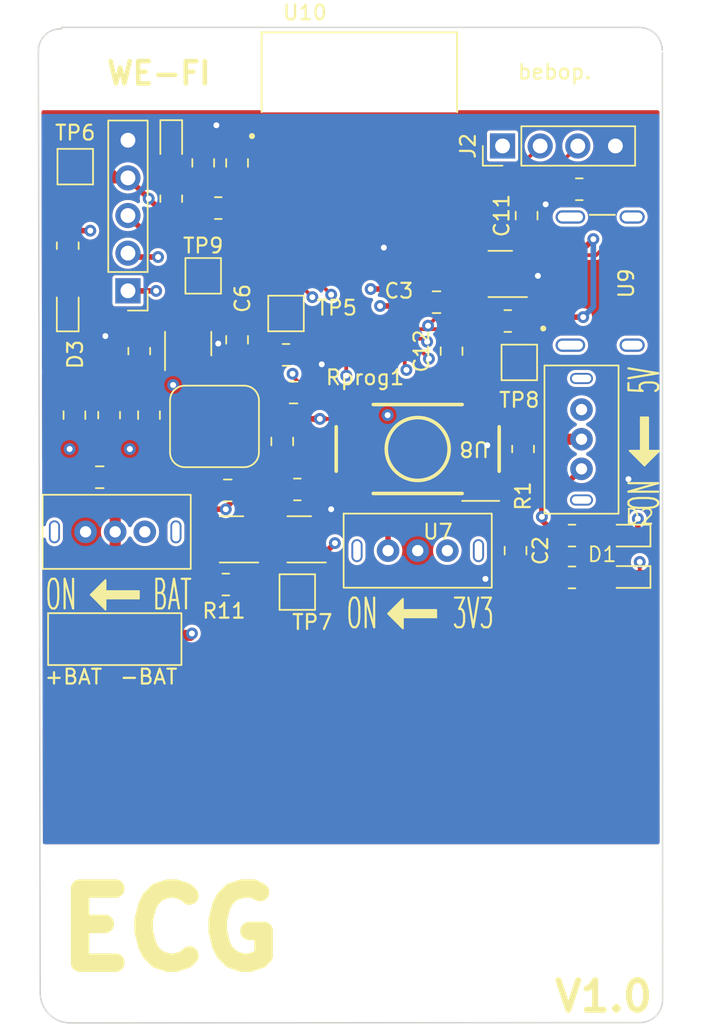
<source format=kicad_pcb>
(kicad_pcb (version 20211014) (generator pcbnew)
  (title_block (title "ECG") (company "Queen's"))
  (layers (0 "F.Cu" signal) (1 "In1.Cu" signal) (2 "In2.Cu" signal) (31 "B.Cu" signal) (34 "B.Paste" user) (35 "F.Paste" user) (36 "B.SilkS" user "B.Silkscreen") (37 "F.SilkS" user "F.Silkscreen") (38 "B.Mask" user) (39 "F.Mask" user) (44 "Edge.Cuts" user))
  (net 0 "")
  (net 1 "+3V3")
  (net 2 "BTN")
  (net 3 "+BATT")
  (net 4 "GND")
  (net 5 "+5V")
  (net 6 "BatO")
  (net 7 "+4V")
  (net 8 "Net-(C7-Pad2)")
  (net 9 "In_5V")
  (net 10 "Net-(D1-Pad1)")
  (net 11 "Net-(D1-Pad2)")
  (net 12 "Net-(D2-Pad1)")
  (net 13 "Net-(D2-Pad2)")
  (net 14 "Net-(D3-Pad2)")
  (net 15 "Net-(D4-Pad2)")
  (net 16 "+LO")
  (net 17 "-LO")
  (net 18 "Output")
  (net 19 "/TX")
  (net 20 "/RX")
  (net 21 "Net-(L1-Pad1)")
  (net 22 "LED")
  (net 23 "Net-(R8-Pad2)")
  (net 24 "Net-(R9-Pad1)")
  (net 25 "Net-(R10-Pad1)")
  (net 26 "Net-(Rprog1-Pad1)")
  (net 27 "DN")
  (net 28 "DNO")
  (net 29 "DPO")
  (net 30 "DP")
  (net 59 "Net-(R11-Pad1)")
  (net 60 "VSS")
  (net 61 "Net-(R12-Pad2)")
  (net 63 "Net-(U11-Pad4)")
  (net 65 "Net-(U11-Pad6)")
  (footprint "Connector_PinHeader_2.54mm:PinHeader_1x05_P2.54mm_Vertical" (layer "F.Cu") (at 219.964 86.863 180)
    (fp_text reference "J1" hide)
    (fp_text value "01x05_Female")
  )
  (footprint "Package_TO_SOT_SMD:SOT-23-6" (layer "F.Cu") (at 231.5265 103.632 180)
    (fp_text reference "U11" hide)
    (fp_text value "FS8205A")
  )
  (footprint "Package_SO:MSOP-8-1EP_3x3mm_P0.65mm_EP2.5x3mm_Mask1.73x2.36mm" (layer "F.Cu") (at 236.474 90.424)
    (fp_text reference "U2" hide)
    (fp_text value "TP4056-C21417")
  )
  (footprint "Inductor:CY43-2.2uH" (layer "F.Cu") (at 225.806 96.012 180)
    (fp_text reference "L1" hide)
    (fp_text value "2.2uH")
  )
  (footprint "Resistor_SMD:R_0805_2012Metric_Pad1.20x1.40mm_HandSolder" (layer "F.Cu") (at 226.568 106.68 180)
    (fp_text reference "R11")
    (fp_text value "100R")
  )
  (footprint "Capacitor_SMD:C_0805_2012Metric_Pad1.18x1.45mm_HandSolder" (layer "F.Cu") (at 241.808 90.932 -90)
    (fp_text reference "C12")
    (fp_text value "100nF")
  )
  (footprint "Resistor_SMD:R_0805_2012Metric_Pad1.20x1.40mm_HandSolder" (layer "F.Cu") (at 215.9 83.82 -90)
    (fp_text reference "R4" hide)
    (fp_text value "220")
  )
  (footprint "Package_TO_SOT_SMD:SOT-23-5" (layer "F.Cu") (at 224.028 90.424 90)
    (fp_text reference "U6" hide)
    (fp_text value "TLV62568DBV")
  )
  (footprint "Resistor_SMD:R_0805_2012Metric_Pad1.20x1.40mm_HandSolder" (layer "F.Cu") (at 249.936 106.199 180)
    (fp_text reference "R3" hide)
    (fp_text value "1K")
  )
  (footprint "Capacitor_SMD:C_0805_2012Metric_Pad1.18x1.45mm_HandSolder" (layer "F.Cu") (at 230.378 97.028 -90)
    (fp_text reference "C13" hide)
    (fp_text value "100nF")
  )
  (footprint "ESP32:XCVR_ESP32-C3-MINI-1-N4" (layer "F.Cu") (at 235.585 77.724)
    (fp_text reference "U10")
    (fp_text value "ESP32-C3-MINI-1-N4")
  )
  (footprint "Resistor_SMD:R_0805_2012Metric_Pad1.20x1.40mm_HandSolder" (layer "F.Cu") (at 250.428 80.01 180)
    (fp_text reference "R10" hide)
    (fp_text value "5K1")
  )
  (footprint "Switches:3V3 SWT" (layer "F.Cu") (at 239.522 104.394)
    (fp_text reference "U7")
    (fp_text value "MCU_switch")
  )
  (footprint "Resistor_SMD:R_0805_2012Metric_Pad1.20x1.40mm_HandSolder" (layer "F.Cu") (at 246.634 97.536 90)
    (fp_text reference "R1")
    (fp_text value "10K")
  )
  (footprint "Capacitor_SMD:C_0805_2012Metric_Pad1.18x1.45mm_HandSolder" (layer "F.Cu") (at 231.14 93.726)
    (fp_text reference "C1" hide)
    (fp_text value "100nF")
  )
  (footprint "Buttons:Tactile_pushbutton_6x6mm" (layer "F.Cu") (at 239.522 97.536 180)
    (fp_text reference "U8")
    (fp_text value "Tactile_push_button_6x6mm")
  )
  (footprint "Capacitor_SMD:C_0805_2012Metric_Pad1.18x1.45mm_HandSolder" (layer "F.Cu") (at 226.7005 100.33)
    (fp_text reference "C4" hide)
    (fp_text value "100nF")
  )
  (footprint "Switches:5V" (layer "F.Cu") (at 250.577 96.876 90)
    (fp_text reference "U5" hide)
    (fp_text value "5V_switch")
  )
  (footprint "TestPoint:TestPoint_Pad_2.0x2.0mm" (layer "F.Cu") (at 246.38 91.694)
    (fp_text reference "TP8")
    (fp_text value "TP 5V")
  )
  (footprint "TestPoint:TestPoint_Pad_2.0x2.0mm" (layer "F.Cu") (at 231.394 107.188)
    (fp_text reference "TP7")
    (fp_text value "TP GND")
  )
  (footprint "Capacitor_SMD:C_0805_2012Metric_Pad1.18x1.45mm_HandSolder" (layer "F.Cu") (at 218.059 99.441)
    (fp_text reference "C5" hide)
    (fp_text value "100nF")
  )
  (footprint "Connector_PinHeader_2.54mm:PinHeader_1x04_P2.54mm_Vertical" (layer "F.Cu") (at 245.247 77.089 90)
    (fp_text reference "J2")
    (fp_text value "JST_01x04_Male")
  )
  (footprint "Resistor_SMD:R_0805_2012Metric_Pad1.20x1.40mm_HandSolder" (layer "F.Cu") (at 226.06 81.28)
    (fp_text reference "R8" hide)
    (fp_text value "10K")
  )
  (footprint "Capacitor_SMD:C_0805_2012Metric_Pad1.18x1.45mm_HandSolder" (layer "F.Cu") (at 227.33 90.17 -90)
    (fp_text reference "C6")
    (fp_text value "4.7uF")
  )
  (footprint "USBS:HRO_TYPE-C-31-M-12" (layer "F.Cu") (at 253.9955 86.205 90)
    (fp_text reference "U9")
    (fp_text value "USB-TYPE0-C-16P")
  )
  (footprint "LED_SMD:LED_0603_1608Metric" (layer "F.Cu") (at 253.746 106.172 180)
    (fp_text reference "D2")
    (fp_text value "Green LED")
  )
  (footprint "LED_SMD:LED_0603_1608Metric" (layer "F.Cu") (at 253.746 103.378 180)
    (fp_text reference "D1")
    (fp_text value "RED")
  )
  (footprint "Resistor_SMD:R_0805_2012Metric_Pad1.20x1.40mm_HandSolder" (layer "F.Cu") (at 230.632 91.186 180)
    (fp_text reference "Rprog1")
    (fp_text value "1k4")
  )
  (footprint "Capacitor_SMD:C_0805_2012Metric_Pad1.18x1.45mm_HandSolder" (layer "F.Cu") (at 216.3525 95.25 90)
    (fp_text reference "C8" hide)
    (fp_text value "10uF")
  )
  (footprint "LED_SMD:LED_0603_1608Metric" (layer "F.Cu") (at 215.9 88.1125 90)
    (fp_text reference "D3")
    (fp_text value "Blue LED")
  )
  (footprint "Switches:Battery_swt" (layer "F.Cu") (at 219.102 103.124)
    (fp_text reference "U4" hide)
    (fp_text value "Battery_Switch")
  )
  (footprint "Resistor_SMD:R_0805_2012Metric_Pad1.20x1.40mm_HandSolder" (layer "F.Cu") (at 231.394 100.264 180)
    (fp_text reference "R12" hide)
    (fp_text value "1K")
  )
  (footprint "Package_TO_SOT_SMD:SOT-23-6" (layer "F.Cu") (at 245.094 85.725 180)
    (fp_text reference "U3" hide)
    (fp_text value "USBLC6-2SC6")
  )
  (footprint "Resistor_SMD:R_0805_2012Metric_Pad1.20x1.40mm_HandSolder" (layer "F.Cu") (at 220.726 90.932 90)
    (fp_text reference "R6" hide)
    (fp_text value "10K")
  )
  (footprint "LED_SMD:LED_0603_1608Metric" (layer "F.Cu") (at 222.885 76.835 -90)
    (fp_text reference "D4" hide)
    (fp_text value "LED")
  )
  (footprint "Resistor_SMD:R_0805_2012Metric_Pad1.20x1.40mm_HandSolder" (layer "F.Cu") (at 218.694 95.25 90)
    (fp_text reference "R5" hide)
    (fp_text value "45K")
  )
  (footprint "Capacitor_SMD:C_0805_2012Metric_Pad1.18x1.45mm_HandSolder" (layer "F.Cu") (at 246.126 104.394 -90)
    (fp_text reference "C2")
    (fp_text value "10uF")
  )
  (footprint "Resistor_SMD:R_0805_2012Metric_Pad1.20x1.40mm_HandSolder" (layer "F.Cu") (at 249.936 103.378 180)
    (fp_text reference "R2" hide)
    (fp_text value "1K")
  )
  (footprint "Resistor_SMD:R_0805_2012Metric_Pad1.20x1.40mm_HandSolder" (layer "F.Cu") (at 245.602 88.9 180)
    (fp_text reference "R9" hide)
    (fp_text value "5K1")
  )
  (footprint "TestPoint:TestPoint_Pad_2.0x2.0mm" (layer "F.Cu") (at 230.632 88.392)
    (fp_text reference "TP5")
    (fp_text value "TP Output")
  )
  (footprint "Capacitor_SMD:C_0805_2012Metric_Pad1.18x1.45mm_HandSolder" (layer "F.Cu") (at 225.044 78.232 90)
    (fp_text reference "C9" hide)
    (fp_text value "10uF")
  )
  (footprint "TestPoint:TestPoint_Pad_2.0x2.0mm" (layer "F.Cu") (at 225.044 85.852)
    (fp_text reference "TP9")
    (fp_text value "TP 4V")
  )
  (footprint "TestPoint:TestPoint_Pad_2.0x2.0mm" (layer "F.Cu") (at 216.408 78.486)
    (fp_text reference "TP6")
    (fp_text value "TP 3V3")
  )
  (footprint "Capacitor_SMD:C_0805_2012Metric_Pad1.18x1.45mm_HandSolder" (layer "F.Cu") (at 227.33 78.232 90)
    (fp_text reference "C10" hide)
    (fp_text value "100nF")
  )
  (footprint "Package_TO_SOT_SMD:SOT-23-6" (layer "F.Cu") (at 226.9545 103.632 180)
    (fp_text reference "U12" hide)
    (fp_text value "DW01")
  )
  (footprint "Capacitor_SMD:C_0805_2012Metric_Pad1.18x1.45mm_HandSolder" (layer "F.Cu") (at 221.385 95.25 90)
    (fp_text reference "C7" hide)
    (fp_text value "10pF")
  )
  (footprint "Capacitor_SMD:C_0805_2012Metric_Pad1.18x1.45mm_HandSolder" (layer "F.Cu") (at 240.792 87.63 180)
    (fp_text reference "C3")
    (fp_text value "10uF")
  )
  (footprint "Resistor_SMD:R_0805_2012Metric_Pad1.20x1.40mm_HandSolder" (layer "F.Cu") (at 222.885 80.645 90)
    (fp_text reference "R7" hide)
    (fp_text value "220")
  )
  (footprint "Battery_solder_pads:Battery Solder Pad 2.5x2.0mm" (layer "F.Cu") (at 218.825 110.363)
    (fp_text reference "U1" hide)
    (fp_text value "Li-Po")
  )
  (footprint "Capacitor_SMD:C_0805_2012Metric_Pad1.18x1.45mm_HandSolder" (layer "F.Cu") (at 246.872 81.788 90)
    (fp_text reference "C11")
    (fp_text value "10uF")
  )
  (gr_line (start 256.039349 70.804305) (end 256.05018 134.710705) (layer "Edge.Cuts") (width 0.1))
  (gr_line (start 254.52618 136.234705) (end 215.983421 136.256495) (layer "Edge.Cuts") (width 0.1))
  (gr_arc (start 216.07419 136.256495) (mid 214.637349 135.661336) (end 214.04219 134.224495) (layer "Edge.Cuts") (width 0.1))
  (gr_arc (start 256.05018 134.710705) (mid 255.603811 135.788336) (end 254.52618 136.234705) (layer "Edge.Cuts") (width 0.1))
  (gr_arc (start 213.929631 70.724431) (mid 214.381807 69.594402) (end 215.4936 69.1896) (layer "Edge.Cuts") (width 0.1))
  (gr_line (start 214.04219 134.224495) (end 213.9188 70.3072) (layer "Edge.Cuts") (width 0.1))
  (gr_line (start 215.4936 69.088) (end 254.508 69.088) (layer "Edge.Cuts") (width 0.1))
  (gr_arc (start 254.497169 69.098831) (mid 255.5748 69.5452) (end 256.021169 70.622831) (layer "Edge.Cuts") (width 0.1))
  (gr_text "bebop." (at 248.7676 72.0852) (layer "F.SilkS") (effects (font (size 1 1))))
  (gr_text "WE-FI" (at 222.0468 72.1868) (layer "F.SilkS") (effects (font (size 1.5 1.5) (thickness 0.3))))
  (gr_text "V1.0" (at 252.0696 134.4676) (layer "F.SilkS") (effects (font (size 2 2) (thickness 0.4))))
  (gr_text "ECG" (at 222.8088 129.9464) (layer "F.SilkS") (effects (font (size 5 5) (thickness 1.25))))
  (segment (start 222.366 81.645) (end 221.3635 80.6425) (width 0.375) (layer "F.Cu") (net 1))
  (segment (start 232.918 95.504) (end 231.8805 95.504) (width 0.375) (layer "F.Cu") (net 1))
  (segment (start 224.695 81.645) (end 225.06 81.28) (width 0.375) (layer "F.Cu") (net 1))
  (segment (start 219.07 79.243) (end 218.313 78.486) (width 0.75) (layer "F.Cu") (net 1))
  (segment (start 227.33 79.2695) (end 225.044 79.2695) (width 0.375) (layer "F.Cu") (net 1))
  (segment (start 234.554 95.504) (end 235.022 95.036) (width 0.25) (layer "F.Cu") (net 1))
  (segment (start 227.33 79.2695) (end 227.5625 79.2695) (width 0.375) (layer "F.Cu") (net 1))
  (segment (start 218.313 78.486) (end 216.408 78.486) (width 0.75) (layer "F.Cu") (net 1))
  (segment (start 232.918 95.504) (end 234.554 95.504) (width 0.25) (layer "F.Cu") (net 1))
  (segment (start 222.885 81.645) (end 222.366 81.645) (width 0.375) (layer "F.Cu") (net 1))
  (segment (start 227.5625 79.2695) (end 228.808 78.024) (width 0.375) (layer "F.Cu") (net 1))
  (segment (start 219.964 79.243) (end 219.07 79.243) (width 0.75) (layer "F.Cu") (net 1))
  (segment (start 225.06 81.28) (end 225.06 79.2855) (width 0.375) (layer "F.Cu") (net 1))
  (segment (start 228.808 78.024) (end 229.685 78.024) (width 0.375) (layer "F.Cu") (net 1))
  (segment (start 222.885 81.645) (end 224.695 81.645) (width 0.375) (layer "F.Cu") (net 1))
  (segment (start 221.3635 80.6425) (end 219.964 79.243) (width 0.375) (layer "F.Cu") (net 1))
  (segment (start 231.8805 95.504) (end 230.1025 93.726) (width 0.375) (layer "F.Cu") (net 1))
  (segment (start 225.06 79.2855) (end 225.044 79.2695) (width 0.375) (layer "F.Cu") (net 1))
  (via (at 221.3635 80.6425) (size 0.8) (drill 0.4) (layers "F.Cu" "B.Cu") (net 1))
  (via (at 223.012 93.218) (size 0.8) (drill 0.4) (layers "F.Cu" "B.Cu") (net 1))
  (via (at 220.091 97.536) (size 0.8) (drill 0.4) (layers "F.Cu" "B.Cu") (net 1))
  (via (at 216.027 97.536) (size 0.8) (drill 0.4) (layers "F.Cu" "B.Cu") (net 1))
  (via (at 232.918 95.504) (size 0.8) (drill 0.4) (layers "F.Cu" "B.Cu") (net 1))
  (segment (start 245.134 100.036) (end 246.634 98.536) (width 0.25) (layer "F.Cu") (net 2))
  (segment (start 244.022 100.036) (end 245.134 100.036) (width 0.25) (layer "F.Cu") (net 2))
  (segment (start 231.075281 92.623781) (end 232.1775 93.726) (width 0.25) (layer "F.Cu") (net 2))
  (segment (start 230.785 85.663398) (end 230.785 85.324) (width 0.25) (layer "F.Cu") (net 2))
  (segment (start 231.075281 92.459965) (end 231.075281 92.623781) (width 0.25) (layer "F.Cu") (net 2))
  (segment (start 232.1775 93.726) (end 237.712 93.726) (width 0.25) (layer "F.Cu") (net 2))
  (segment (start 232.41 87.288398) (end 230.785 85.663398) (width 0.25) (layer "F.Cu") (net 2))
  (segment (start 237.712 93.726) (end 244.022 100.036) (width 0.25) (layer "F.Cu") (net 2))
  (via (at 231.075281 92.459965) (size 0.8) (drill 0.4) (layers "F.Cu" "B.Cu") (net 2))
  (via (at 232.41 87.288398) (size 0.8) (drill 0.4) (layers "F.Cu" "B.Cu") (net 2))
  (segment (start 240.792 102.108) (end 244.8775 102.108) (width 0.75) (layer "F.Cu") (net 3))
  (segment (start 238.649 91.399) (end 238.649 92.091) (width 0.25) (layer "F.Cu") (net 3))
  (segment (start 239.522 103.378) (end 240.792 102.108) (width 0.75) (layer "F.Cu") (net 3))
  (segment (start 239.522 104.394) (end 239.522 103.378) (width 0.75) (layer "F.Cu") (net 3))
  (segment (start 244.8775 102.108) (end 246.126 103.3565) (width 0.75) (layer "F.Cu") (net 3))
  (segment (start 238.649 92.091) (end 238.76 92.202) (width 0.25) (layer "F.Cu") (net 3))
  (via (at 238.76 92.202) (size 0.8) (drill 0.4) (layers "F.Cu" "B.Cu") (net 3))
  (via (at 237.49 95.25) (size 0.8) (drill 0.4) (layers "F.Cu" "B.Cu") (net 3))
  (segment (start 235.585 78.449) (end 233.61 78.449) (width 0.375) (layer "F.Cu") (net 4))
  (segment (start 216.3525 91.3845) (end 215.9 90.932) (width 0.75) (layer "F.Cu") (net 4))
  (segment (start 232.394 100.314) (end 232.394 100.264) (width 0.25) (layer "F.Cu") (net 4))
  (segment (start 215.9 90.932) (end 215.9 88.9) (width 0.75) (layer "F.Cu") (net 4))
  (segment (start 232.279749 102.682) (end 232.664 102.682) (width 0.25) (layer "F.Cu") (net 4))
  (segment (start 233.68 101.6) (end 232.394 100.314) (width 0.25) (layer "F.Cu") (net 4))
  (segment (start 233.68 101.6) (end 233.68 101.666) (width 0.25) (layer "F.Cu") (net 4))
  (segment (start 233.68 101.666) (end 232.664 102.682) (width 0.25) (layer "F.Cu") (net 4))
  (segment (start 231.394 103.567749) (end 232.279749 102.682) (width 0.25) (layer "F.Cu") (net 4))
  (segment (start 231.394 107.188) (end 231.394 103.567749) (width 0.25) (layer "F.Cu") (net 4))
  (segment (start 233.61 80.424) (end 233.61 78.449) (width 0.375) (layer "F.Cu") (net 4))
  (segment (start 216.3525 94.2125) (end 216.3525 91.3845) (width 0.75) (layer "F.Cu") (net 4))
  (via (at 248.158 81.026) (size 0.8) (drill 0.4) (layers "F.Cu" "B.Cu") (net 4))
  (via (at 237.236 83.947) (size 0.8) (drill 0.4) (layers "F.Cu" "B.Cu") (net 4))
  (via (at 244.094 106.299) (size 0.8) (drill 0.4) (layers "F.Cu" "B.Cu") (net 4))
  (via (at 244.221 97.282) (size 0.8) (drill 0.4) (layers "F.Cu" "B.Cu") (net 4))
  (via (at 226.06 90.424) (size 0.8) (drill 0.4) (layers "F.Cu" "B.Cu") (net 4))
  (via (at 225.933 75.692) (size 0.8) (drill 0.4) (layers "F.Cu" "B.Cu") (net 4))
  (via (at 233.68 101.6) (size 0.8) (drill 0.4) (layers "F.Cu" "B.Cu") (net 4))
  (via (at 233.045 91.821) (size 0.8) (drill 0.4) (layers "F.Cu" "B.Cu") (net 4))
  (via (at 218.44 89.916) (size 0.8) (drill 0.4) (layers "F.Cu" "B.Cu") (net 4))
  (via (at 247.634 85.852) (size 0.8) (drill 0.4) (layers "F.Cu" "B.Cu") (net 4))
  (via (at 253.746 99.568) (size 0.8) (drill 0.4) (layers "F.Cu" "B.Cu") (net 4))
  (segment (start 247.904 101.549) (end 247.904 102.108) (width 0.375) (layer "F.Cu") (net 5))
  (segment (start 241.8295 87.63) (end 241.808 87.63) (width 0.25) (layer "F.Cu") (net 5))
  (segment (start 239.989 89.449) (end 241.3625 89.449) (width 0.25) (layer "F.Cu") (net 5))
  (segment (start 234.696 92.583) (end 234.696 91.796) (width 0.25) (layer "F.Cu") (net 5))
  (segment (start 241.808 87.63) (end 240.2205 89.2175) (width 0.25) (layer "F.Cu") (net 5))
  (segment (start 234.696 91.796) (end 234.299 91.399) (width 0.25) (layer "F.Cu") (net 5))
  (segment (start 240.2205 89.2175) (end 239.989 89.449) (width 0.25) (layer "F.Cu") (net 5))
  (segment (start 248.936 103.378) (end 248.936 106.199) (width 0.375) (layer "F.Cu") (net 5))
  (segment (start 247.904 102.108) (end 247.904 102.346) (width 0.375) (layer "F.Cu") (net 5))
  (segment (start 250.577 98.876) (end 247.904 101.549) (width 0.375) (layer "F.Cu") (net 5))
  (segment (start 239.989 89.449) (end 238.649 89.449) (width 0.25) (layer "F.Cu") (net 5))
  (segment (start 247.904 102.346) (end 248.936 103.378) (width 0.375) (layer "F.Cu") (net 5))
  (segment (start 241.3625 89.449) (end 241.808 89.8945) (width 0.25) (layer "F.Cu") (net 5))
  (via (at 240.2205 89.2175) (size 0.8) (drill 0.4) (layers "F.Cu" "B.Cu") (net 5))
  (via (at 234.696 92.583) (size 0.8) (drill 0.4) (layers "F.Cu" "B.Cu") (net 5))
  (via (at 247.904 102.108) (size 0.8) (drill 0.4) (layers "F.Cu" "B.Cu") (net 5))
  (segment (start 219.102 107.709) (end 219.102 103.124) (width 0.75) (layer "F.Cu") (net 6))
  (segment (start 216.702 110.109) (end 219.102 107.709) (width 0.75) (layer "F.Cu") (net 6))
  (segment (start 219.102 103.124) (end 219.102 99.4465) (width 0.75) (layer "F.Cu") (net 6))
  (segment (start 219.102 99.4465) (end 219.0965 99.441) (width 0.75) (layer "F.Cu") (net 6))
  (segment (start 230.378 95.9905) (end 230.378 96.012) (width 0.375) (layer "F.Cu") (net 7))
  (segment (start 223.078 90.866) (end 224.6575 89.2865) (width 0.375) (layer "F.Cu") (net 7))
  (segment (start 226.0545 89.2865) (end 226.2085 89.1325) (width 0.375) (layer "F.Cu") (net 7))
  (segment (start 230.3565 95.9905) (end 230.378 95.9905) (width 0.375) (layer "F.Cu") (net 7))
  (segment (start 224.978 89.2865) (end 224.978 85.918) (width 0.375) (layer "F.Cu") (net 7))
  (segment (start 230.378 96.012) (end 232.156 97.79) (width 0.375) (layer "F.Cu") (net 7))
  (segment (start 227.33 89.1325) (end 227.33 89.408) (width 0.375) (layer "F.Cu") (net 7))
  (segment (start 226.2085 89.1325) (end 227.33 89.1325) (width 0.375) (layer "F.Cu") (net 7))
  (segment (start 224.978 89.2865) (end 226.0545 89.2865) (width 0.375) (layer "F.Cu") (net 7))
  (segment (start 235.204 97.79) (end 237.522 100.108) (width 0.375) (layer "F.Cu") (net 7))
  (segment (start 228.6 90.678) (end 228.6 94.234) (width 0.375) (layer "F.Cu") (net 7))
  (segment (start 224.6575 89.2865) (end 224.978 89.2865) (width 0.375) (layer "F.Cu") (net 7))
  (segment (start 237.522 100.108) (end 237.522 104.394) (width 0.375) (layer "F.Cu") (net 7))
  (segment (start 228.6 94.234) (end 230.3565 95.9905) (width 0.375) (layer "F.Cu") (net 7))
  (segment (start 227.33 89.408) (end 228.6 90.678) (width 0.375) (layer "F.Cu") (net 7))
  (segment (start 224.978 85.918) (end 225.044 85.852) (width 0.375) (layer "F.Cu") (net 7))
  (segment (start 232.156 97.79) (end 235.204 97.79) (width 0.375) (layer "F.Cu") (net 7))
  (segment (start 223.078 91.5615) (end 223.078 90.866) (width 0.375) (layer "F.Cu") (net 7))
  (segment (start 220.726 91.932) (end 220.869 91.932) (width 0.375) (layer "F.Cu") (net 8))
  (segment (start 222.123 90.678) (end 222.123 89.916) (width 0.375) (layer "F.Cu") (net 8))
  (segment (start 222.7525 89.2865) (end 223.078 89.2865) (width 0.375) (layer "F.Cu") (net 8))
  (segment (start 220.869 91.932) (end 222.123 90.678) (width 0.375) (layer "F.Cu") (net 8))
  (segment (start 222.123 89.916) (end 222.7525 89.2865) (width 0.375) (layer "F.Cu") (net 8))
  (segment (start 221.3475 94.25) (end 221.385 94.2125) (width 0.375) (layer "F.Cu") (net 8))
  (segment (start 221.385 92.591) (end 220.726 91.932) (width 0.375) (layer "F.Cu") (net 8))
  (segment (start 221.385 94.2125) (end 221.385 92.591) (width 0.375) (layer "F.Cu") (net 8))
  (segment (start 218.694 94.25) (end 221.3475 94.25) (width 0.375) (layer "F.Cu") (net 8))
  (segment (start 246.38 93.98) (end 246.38 91.694) (width 0.75) (layer "F.Cu") (net 9))
  (segment (start 250.577 96.876) (end 249.276 96.876) (width 0.75) (layer "F.Cu") (net 9))
  (segment (start 250.945281 83.805) (end 251.376211 83.37407) (width 0.375) (layer "F.Cu") (net 9))
  (segment (start 249.2865 88.646) (end 249.2455 88.605) (width 0.25) (layer "F.Cu") (net 9))
  (segment (start 250.69 88.638) (end 249.2785 88.638) (width 0.375) (layer "F.Cu") (net 9))
  (segment (start 243.713 92.075) (end 241.9135 92.075) (width 0.75) (layer "F.Cu") (net 9))
  (segment (start 249.2455 83.805) (end 247.8515 83.805) (width 0.25) (layer "F.Cu") (net 9))
  (segment (start 244.094 91.694) (end 243.713 92.075) (width 0.75) (layer "F.Cu") (net 9))
  (segment (start 249.2455 83.805) (end 250.945281 83.805) (width 0.375) (layer "F.Cu") (net 9))
  (segment (start 247.8515 83.805) (end 246.872 82.8255) (width 0.25) (layer "F.Cu") (net 9))
  (segment (start 249.276 96.876) (end 246.38 93.98) (width 0.75) (layer "F.Cu") (net 9))
  (segment (start 245.7235 82.8255) (end 246.872 82.8255) (width 0.375) (layer "F.Cu") (net 9))
  (segment (start 249.2785 88.638) (end 249.2455 88.605) (width 0.375) (layer "F.Cu") (net 9))
  (segment (start 246.38 91.694) (end 244.094 91.694) (width 0.75) (layer "F.Cu") (net 9))
  (segment (start 245.11 83.439) (end 245.7235 82.8255) (width 0.375) (layer "F.Cu") (net 9))
  (segment (start 241.9135 92.075) (end 241.808 91.9695) (width 0.75) (layer "F.Cu") (net 9))
  (segment (start 243.9565 85.725) (end 244.475 85.725) (width 0.375) (layer "F.Cu") (net 9))
  (segment (start 245.11 85.09) (end 245.11 83.439) (width 0.375) (layer "F.Cu") (net 9))
  (segment (start 244.475 85.725) (end 245.11 85.09) (width 0.375) (layer "F.Cu") (net 9))
  (via (at 250.69 88.638) (size 0.8) (drill 0.4) (layers "F.Cu" "B.Cu") (net 9))
  (via (at 251.376211 83.37407) (size 0.8) (drill 0.4) (layers "F.Cu" "B.Cu") (net 9))
  (segment (start 251.376211 87.951789) (end 250.69 88.638) (width 0.375) (layer "B.Cu") (net 9))
  (segment (start 251.376211 83.37407) (end 251.376211 87.951789) (width 0.375) (layer "B.Cu") (net 9))
  (segment (start 254.381 102.235) (end 254.381 103.2255) (width 0.375) (layer "F.Cu") (net 10))
  (segment (start 240.157 90.297) (end 239.959 90.099) (width 0.25) (layer "F.Cu") (net 10))
  (segment (start 254.381 103.2255) (end 254.5335 103.378) (width 0.375) (layer "F.Cu") (net 10))
  (segment (start 239.959 90.099) (end 238.649 90.099) (width 0.25) (layer "F.Cu") (net 10))
  (via (at 240.157 90.297) (size 0.8) (drill 0.4) (layers "F.Cu" "B.Cu") (net 10))
  (via (at 254.381 102.235) (size 0.8) (drill 0.4) (layers "F.Cu" "B.Cu") (net 10))
  (segment (start 252.9585 103.378) (end 250.936 103.378) (width 0.375) (layer "F.Cu") (net 11))
  (segment (start 254.508 106.1465) (end 254.5335 106.172) (width 0.25) (layer "F.Cu") (net 12))
  (segment (start 254.508 105.156) (end 254.508 106.1465) (width 0.25) (layer "F.Cu") (net 12))
  (segment (start 239.584402 90.749) (end 238.649 90.749) (width 0.25) (layer "F.Cu") (net 12))
  (segment (start 240.279701 91.444299) (end 239.584402 90.749) (width 0.25) (layer "F.Cu") (net 12))
  (via (at 254.508 105.156) (size 0.8) (drill 0.4) (layers "F.Cu" "B.Cu") (net 12))
  (via (at 240.279701 91.444299) (size 0.8) (drill 0.4) (layers "F.Cu" "B.Cu") (net 12))
  (segment (start 250.936 106.199) (end 252.9315 106.199) (width 0.375) (layer "F.Cu") (net 13))
  (segment (start 252.9315 106.199) (end 252.9585 106.172) (width 0.375) (layer "F.Cu") (net 13))
  (segment (start 215.9 84.82) (end 215.9 87.325) (width 0.375) (layer "F.Cu") (net 14))
  (segment (start 222.885 77.6225) (end 222.885 79.645) (width 0.375) (layer "F.Cu") (net 15))
  (segment (start 239.585 86.042) (end 239.585 85.324) (width 0.375) (layer "F.Cu") (net 16))
  (segment (start 219.969 86.868) (end 219.964 86.863) (width 0.375) (layer "F.Cu") (net 16))
  (segment (start 237.743 87.884) (end 239.585 86.042) (width 0.375) (layer "F.Cu") (net 16))
  (segment (start 221.869 86.868) (end 219.969 86.868) (width 0.375) (layer "F.Cu") (net 16))
  (segment (start 236.982 87.884) (end 237.743 87.884) (width 0.375) (layer "F.Cu") (net 16))
  (via (at 236.982 87.884) (size 0.8) (drill 0.4) (layers "F.Cu" "B.Cu") (net 16))
  (via (at 221.869 86.868) (size 0.8) (drill 0.4) (layers "F.Cu" "B.Cu") (net 16))
  (segment (start 238.785 85.899) (end 238.785 85.324) (width 0.375) (layer "F.Cu") (net 17))
  (segment (start 237.943 86.741) (end 238.785 85.899) (width 0.375) (layer "F.Cu") (net 17))
  (segment (start 220.223 84.582) (end 219.964 84.323) (width 0.375) (layer "F.Cu") (net 17))
  (segment (start 221.996 84.582) (end 220.223 84.582) (width 0.375) (layer "F.Cu") (net 17))
  (segment (start 236.347 86.741) (end 237.943 86.741) (width 0.375) (layer "F.Cu") (net 17))
  (via (at 221.996 84.582) (size 0.8) (drill 0.4) (layers "F.Cu" "B.Cu") (net 17))
  (via (at 236.347 86.741) (size 0.8) (drill 0.4) (layers "F.Cu" "B.Cu") (net 17))
  (segment (start 233.985 85.903) (end 234.569 86.487) (width 0.375) (layer "F.Cu") (net 18))
  (segment (start 221.366 83.185) (end 219.964 81.783) (width 0.375) (layer "F.Cu") (net 18))
  (segment (start 230.632 87.884) (end 225.933 83.185) (width 0.375) (layer "F.Cu") (net 18))
  (segment (start 233.807 88.392) (end 230.632 88.392) (width 0.375) (layer "F.Cu") (net 18))
  (segment (start 234.569 86.487) (end 234.569 87.63) (width 0.375) (layer "F.Cu") (net 18))
  (segment (start 225.933 83.185) (end 221.366 83.185) (width 0.375) (layer "F.Cu") (net 18))
  (segment (start 234.569 87.63) (end 233.807 88.392) (width 0.375) (layer "F.Cu") (net 18))
  (segment (start 233.985 85.324) (end 233.985 85.903) (width 0.375) (layer "F.Cu") (net 18))
  (segment (start 230.632 88.392) (end 230.632 87.884) (width 0.375) (layer "F.Cu") (net 18))
  (segment (start 245.252 79.624) (end 247.787 77.089) (width 0.25) (layer "F.Cu") (net 19))
  (segment (start 241.485 79.624) (end 245.252 79.624) (width 0.25) (layer "F.Cu") (net 19))
  (segment (start 241.485 80.424) (end 245.572827 80.424) (width 0.25) (layer "F.Cu") (net 20))
  (segment (start 245.572827 80.424) (end 247.256827 78.74) (width 0.25) (layer "F.Cu") (net 20))
  (segment (start 247.256827 78.74) (end 248.676 78.74) (width 0.25) (layer "F.Cu") (net 20))
  (segment (start 248.676 78.74) (end 250.327 77.089) (width 0.25) (layer "F.Cu") (net 20))
  (segment (start 227.306 93.8895) (end 227.306 96.012) (width 0.25) (layer "F.Cu") (net 21))
  (segment (start 224.978 91.5615) (end 227.306 93.8895) (width 0.25) (layer "F.Cu") (net 21))
  (segment (start 232.244998 86.487) (end 231.585 85.827002) (width 0.25) (layer "F.Cu") (net 22))
  (segment (start 233.68 87.122) (end 233.045 86.487) (width 0.25) (layer "F.Cu") (net 22))
  (segment (start 215.916 82.804) (end 215.9 82.82) (width 0.375) (layer "F.Cu") (net 22))
  (segment (start 233.045 86.487) (end 232.244998 86.487) (width 0.25) (layer "F.Cu") (net 22))
  (segment (start 217.424 82.804) (end 215.916 82.804) (width 0.375) (layer "F.Cu") (net 22))
  (segment (start 231.585 85.827002) (end 231.585 85.324) (width 0.25) (layer "F.Cu") (net 22))
  (via (at 217.424 82.804) (size 0.8) (drill 0.4) (layers "F.Cu" "B.Cu") (net 22))
  (via (at 233.68 87.122) (size 0.8) (drill 0.4) (layers "F.Cu" "B.Cu") (net 22))
  (segment (start 229.685 82.024) (end 227.804 82.024) (width 0.25) (layer "F.Cu") (net 23))
  (segment (start 227.804 82.024) (end 227.06 81.28) (width 0.25) (layer "F.Cu") (net 23))
  (segment (start 247.567 87.955) (end 246.618 88.904) (width 0.25) (layer "F.Cu") (net 24))
  (segment (start 249.2455 87.955) (end 247.567 87.955) (width 0.25) (layer "F.Cu") (net 24))
  (segment (start 251.571 84.455) (end 252.46 83.566) (width 0.25) (layer "F.Cu") (net 25))
  (segment (start 252.46 83.566) (end 252.46 81.042) (width 0.25) (layer "F.Cu") (net 25))
  (segment (start 249.2455 84.455) (end 251.571 84.455) (width 0.25) (layer "F.Cu") (net 25))
  (segment (start 251.428 80.01) (end 252.46 81.042) (width 0.25) (layer "F.Cu") (net 25))
  (segment (start 231.886 91.186) (end 232.41 91.186) (width 0.25) (layer "F.Cu") (net 26))
  (segment (start 233.497 90.099) (end 234.299 90.099) (width 0.25) (layer "F.Cu") (net 26))
  (segment (start 232.41 91.186) (end 233.497 90.099) (width 0.25) (layer "F.Cu") (net 26))
  (segment (start 248.301 86.455) (end 248.081 86.675) (width 0.2) (layer "F.Cu") (net 27))
  (segment (start 249.2455 85.955) (end 249.2455 86.455) (width 0.2) (layer "F.Cu") (net 27))
  (segment (start 248.081 86.675) (end 246.2315 86.675) (width 0.2) (layer "F.Cu") (net 27))
  (segment (start 249.2455 86.455) (end 248.301 86.455) (width 0.2) (layer "F.Cu") (net 27))
  (segment (start 242.824 86.106) (end 242.824 84.328) (width 0.25) (layer "F.Cu") (net 28))
  (segment (start 242.12 83.624) (end 241.485 83.624) (width 0.25) (layer "F.Cu") (net 28))
  (segment (start 242.824 84.328) (end 242.12 83.624) (width 0.25) (layer "F.Cu") (net 28))
  (segment (start 243.9565 86.675) (end 243.393 86.675) (width 0.25) (layer "F.Cu") (net 28))
  (segment (start 243.393 86.675) (end 242.824 86.106) (width 0.25) (layer "F.Cu") (net 28))
  (segment (start 243.9565 84.775) (end 243.9565 83.6825) (width 0.25) (layer "F.Cu") (net 29))
  (segment (start 243.098 82.824) (end 241.485 82.824) (width 0.25) (layer "F.Cu") (net 29))
  (segment (start 243.9565 83.6825) (end 243.098 82.824) (width 0.25) (layer "F.Cu") (net 29))
  (segment (start 247.827 84.775) (end 248.507 85.455) (width 0.2) (layer "F.Cu") (net 30))
  (segment (start 250.428 86.5925) (end 250.428 85.725) (width 0.2) (layer "F.Cu") (net 30))
  (segment (start 250.428 85.725) (end 250.158 85.455) (width 0.2) (layer "F.Cu") (net 30))
  (segment (start 250.158 85.455) (end 249.2455 85.455) (width 0.2) (layer "F.Cu") (net 30))
  (segment (start 246.2315 84.775) (end 247.827 84.775) (width 0.2) (layer "F.Cu") (net 30))
  (segment (start 249.2455 86.955) (end 250.0655 86.955) (width 0.2) (layer "F.Cu") (net 30))
  (segment (start 250.0655 86.955) (end 250.428 86.5925) (width 0.2) (layer "F.Cu") (net 30))
  (segment (start 248.507 85.455) (end 249.2455 85.455) (width 0.2) (layer "F.Cu") (net 30))
  (segment (start 227.076 106.188) (end 227.568 106.68) (width 0.25) (layer "F.Cu") (net 59))
  (segment (start 226.314 103.632) (end 227.076 104.394) (width 0.25) (layer "F.Cu") (net 59))
  (segment (start 225.817 103.632) (end 226.314 103.632) (width 0.25) (layer "F.Cu") (net 59))
  (segment (start 227.076 104.394) (end 227.076 106.188) (width 0.25) (layer "F.Cu") (net 59))
  (segment (start 224.155 110.109) (end 224.282 109.982) (width 0.75) (layer "F.Cu") (net 60))
  (segment (start 224.536 102.235) (end 224.536 103.886) (width 0.375) (layer "F.Cu") (net 60))
  (segment (start 225.171 101.6) (end 224.536 102.235) (width 0.375) (layer "F.Cu") (net 60))
  (segment (start 221.702 110.109) (end 224.155 110.109) (width 0.75) (layer "F.Cu") (net 60))
  (segment (start 233.934 103.886) (end 233.238 104.582) (width 0.375) (layer "F.Cu") (net 60))
  (segment (start 224.536 103.886) (end 225.232 104.582) (width 0.375) (layer "F.Cu") (net 60))
  (segment (start 233.238 104.582) (end 232.664 104.582) (width 0.375) (layer "F.Cu") (net 60))
  (segment (start 226.568 101.6) (end 225.171 101.6) (width 0.375) (layer "F.Cu") (net 60))
  (segment (start 226.568 101.6) (end 226.568 101.5) (width 0.375) (layer "F.Cu") (net 60))
  (segment (start 225.232 104.582) (end 225.817 104.582) (width 0.375) (layer "F.Cu") (net 60))
  (segment (start 226.568 101.5) (end 227.738 100.33) (width 0.375) (layer "F.Cu") (net 60))
  (via (at 233.934 103.886) (size 0.8) (drill 0.4) (layers "F.Cu" "B.Cu") (net 60))
  (via (at 226.568 101.6) (size 0.8) (drill 0.4) (layers "F.Cu" "B.Cu") (net 60))
  (via (at 224.282 109.982) (size 0.8) (drill 0.4) (layers "F.Cu" "B.Cu") (net 60))
  (segment (start 227.839749 101.6) (end 229.362 101.6) (width 0.25) (layer "F.Cu") (net 61))
  (segment (start 227.1045 103.028751) (end 227.1045 102.335249) (width 0.25) (layer "F.Cu") (net 61))
  (segment (start 228.092 103.632) (end 227.707749 103.632) (width 0.25) (layer "F.Cu") (net 61))
  (segment (start 230.394 100.568) (end 230.394 100.264) (width 0.25) (layer "F.Cu") (net 61))
  (segment (start 227.1045 102.335249) (end 227.839749 101.6) (width 0.25) (layer "F.Cu") (net 61))
  (segment (start 227.707749 103.632) (end 227.1045 103.028751) (width 0.25) (layer "F.Cu") (net 61))
  (segment (start 229.362 101.6) (end 230.394 100.568) (width 0.25) (layer "F.Cu") (net 61))
  (segment (start 228.092 102.682) (end 230.389 102.682) (width 0.25) (layer "F.Cu") (net 63))
  (segment (start 228.092 104.582) (end 230.389 104.582) (width 0.25) (layer "F.Cu") (net 65))
  (zone (net 1) (net_name "+3V3") (layer "F.Cu") (priority 1) (connect_pads yes (clearance 0.2)) (min_thickness 0.254) (fill yes (thermal_gap 0.508) (thermal_bridge_width 0.508))
    (polygon (pts (xy 237.236 98.552) (xy 214.122 98.552) (xy 214.122 92.456) (xy 237.236 92.456)))
  )
  (zone (net 3) (net_name "+BATT") (layer "F.Cu") (priority 3) (connect_pads yes (clearance 0.2)) (min_thickness 0.254) (fill yes (thermal_gap 0.508) (thermal_bridge_width 0.508))
    (polygon (pts (xy 240.792 115.951) (xy 212.852 115.951) (xy 212.852 98.806) (xy 227.838 98.806) (xy 232.918 93.726) (xy 240.792 93.726)))
  )
  (zone (net 4) (net_name "GND") (layer "F.Cu") (connect_pads yes (clearance 0.2)) (min_thickness 0.254) (fill yes (thermal_gap 0.508) (thermal_bridge_width 0.508))
    (polygon (pts (xy 257.302 124.206) (xy 213.614 124.206) (xy 213.614 74.676) (xy 257.175 74.676)))
  )
  (zone (net 4) (net_name "GND") (layer "B.Cu") (connect_pads yes (clearance 0.2)) (min_thickness 0.254) (fill yes (thermal_gap 0.508) (thermal_bridge_width 0.508))
    (polygon (pts (xy 257.302 124.206) (xy 213.36 124.206) (xy 213.36 74.93) (xy 257.302 74.93)))
  )
)
</source>
